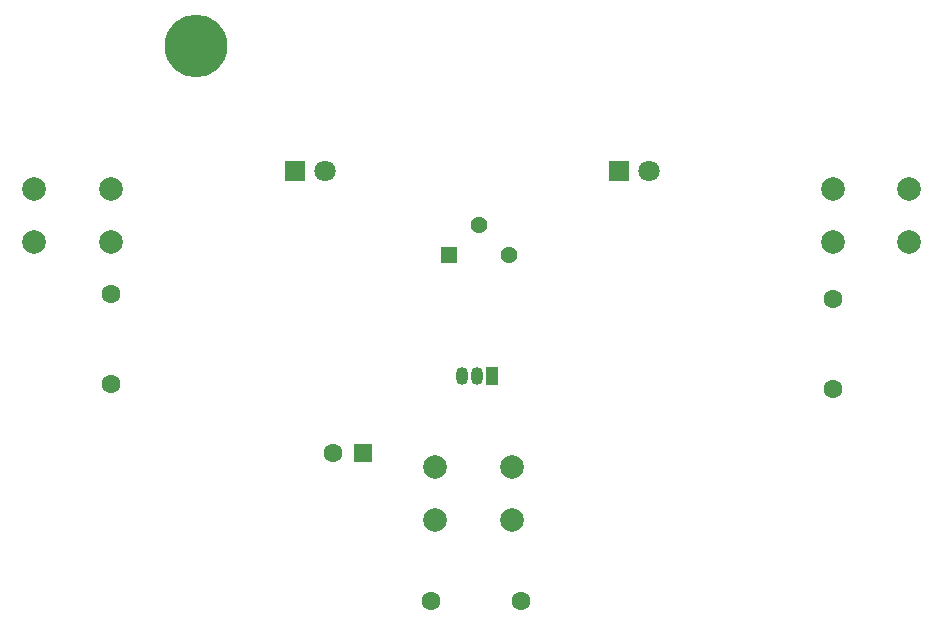
<source format=gbr>
%TF.GenerationSoftware,KiCad,Pcbnew,9.0.2*%
%TF.CreationDate,2025-06-28T23:14:17+07:00*%
%TF.ProjectId,PCB art,50434220-6172-4742-9e6b-696361645f70,rev?*%
%TF.SameCoordinates,Original*%
%TF.FileFunction,Soldermask,Top*%
%TF.FilePolarity,Negative*%
%FSLAX46Y46*%
G04 Gerber Fmt 4.6, Leading zero omitted, Abs format (unit mm)*
G04 Created by KiCad (PCBNEW 9.0.2) date 2025-06-28 23:14:17*
%MOMM*%
%LPD*%
G01*
G04 APERTURE LIST*
G04 Aperture macros list*
%AMRoundRect*
0 Rectangle with rounded corners*
0 $1 Rounding radius*
0 $2 $3 $4 $5 $6 $7 $8 $9 X,Y pos of 4 corners*
0 Add a 4 corners polygon primitive as box body*
4,1,4,$2,$3,$4,$5,$6,$7,$8,$9,$2,$3,0*
0 Add four circle primitives for the rounded corners*
1,1,$1+$1,$2,$3*
1,1,$1+$1,$4,$5*
1,1,$1+$1,$6,$7*
1,1,$1+$1,$8,$9*
0 Add four rect primitives between the rounded corners*
20,1,$1+$1,$2,$3,$4,$5,0*
20,1,$1+$1,$4,$5,$6,$7,0*
20,1,$1+$1,$6,$7,$8,$9,0*
20,1,$1+$1,$8,$9,$2,$3,0*%
G04 Aperture macros list end*
%ADD10RoundRect,0.102000X-0.611000X-0.611000X0.611000X-0.611000X0.611000X0.611000X-0.611000X0.611000X0*%
%ADD11C,1.426000*%
%ADD12C,5.300000*%
%ADD13R,1.800000X1.800000*%
%ADD14C,1.800000*%
%ADD15C,2.000000*%
%ADD16C,1.600000*%
%ADD17RoundRect,0.250000X0.550000X0.550000X-0.550000X0.550000X-0.550000X-0.550000X0.550000X-0.550000X0*%
%ADD18R,1.050000X1.500000*%
%ADD19O,1.050000X1.500000*%
G04 APERTURE END LIST*
D10*
%TO.C,VR1*%
X193649600Y-86055200D03*
D11*
X196189600Y-83515200D03*
X198729600Y-86055200D03*
%TD*%
D12*
%TO.C,REF\u002A\u002A*%
X172212000Y-68376800D03*
%TD*%
D13*
%TO.C,D2*%
X207974400Y-79000000D03*
D14*
X210514400Y-79000000D03*
%TD*%
D15*
%TO.C,SW1*%
X158500000Y-80500000D03*
X165000000Y-80500000D03*
X158500000Y-85000000D03*
X165000000Y-85000000D03*
%TD*%
%TO.C,SW2*%
X226084000Y-80500000D03*
X232584000Y-80500000D03*
X226084000Y-85000000D03*
X232584000Y-85000000D03*
%TD*%
D13*
%TO.C,D1*%
X180593200Y-79000000D03*
D14*
X183133200Y-79000000D03*
%TD*%
D15*
%TO.C,SW3*%
X192466000Y-104008400D03*
X198966000Y-104008400D03*
X192466000Y-108508400D03*
X198966000Y-108508400D03*
%TD*%
D16*
%TO.C,R2*%
X226085400Y-89814400D03*
X226085400Y-97434400D03*
%TD*%
D17*
%TO.C,C1*%
X186320313Y-102870000D03*
D16*
X183820313Y-102870000D03*
%TD*%
D18*
%TO.C,Q1*%
X197265000Y-96355800D03*
D19*
X195995000Y-96355800D03*
X194725000Y-96355800D03*
%TD*%
D16*
%TO.C,R1*%
X164973000Y-96977200D03*
X164973000Y-89357200D03*
%TD*%
%TO.C,R3*%
X199728000Y-115336800D03*
X192108000Y-115336800D03*
%TD*%
M02*

</source>
